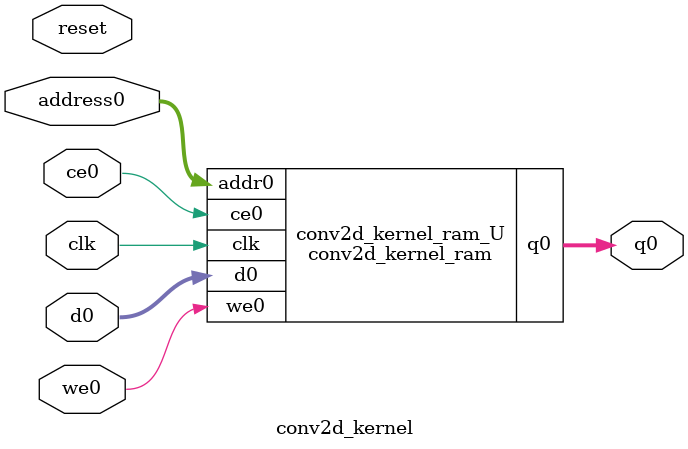
<source format=v>
`timescale 1 ns / 1 ps
module conv2d_kernel_ram (addr0, ce0, d0, we0, q0,  clk);

parameter DWIDTH = 32;
parameter AWIDTH = 4;
parameter MEM_SIZE = 9;

input[AWIDTH-1:0] addr0;
input ce0;
input[DWIDTH-1:0] d0;
input we0;
output reg[DWIDTH-1:0] q0;
input clk;

(* ram_style = "distributed" *)reg [DWIDTH-1:0] ram[0:MEM_SIZE-1];




always @(posedge clk)  
begin 
    if (ce0) begin
        if (we0) 
            ram[addr0] <= d0; 
        q0 <= ram[addr0];
    end
end


endmodule

`timescale 1 ns / 1 ps
module conv2d_kernel(
    reset,
    clk,
    address0,
    ce0,
    we0,
    d0,
    q0);

parameter DataWidth = 32'd32;
parameter AddressRange = 32'd9;
parameter AddressWidth = 32'd4;
input reset;
input clk;
input[AddressWidth - 1:0] address0;
input ce0;
input we0;
input[DataWidth - 1:0] d0;
output[DataWidth - 1:0] q0;



conv2d_kernel_ram conv2d_kernel_ram_U(
    .clk( clk ),
    .addr0( address0 ),
    .ce0( ce0 ),
    .we0( we0 ),
    .d0( d0 ),
    .q0( q0 ));

endmodule


</source>
